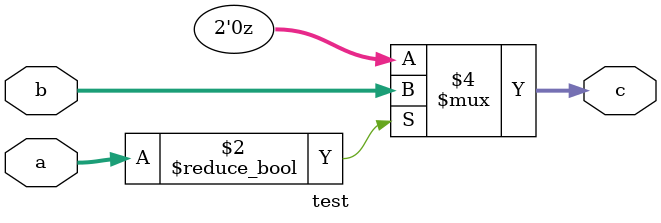
<source format=v>
module test (c, a, b);
 input [1:0] a, b;
 output [1:0] c;
 reg [1:0] c;
 always @(a or b)
   if (a)
     c = b;
   else
     c = 1'bz; //tri-state "c" inferred
endmodule


</source>
